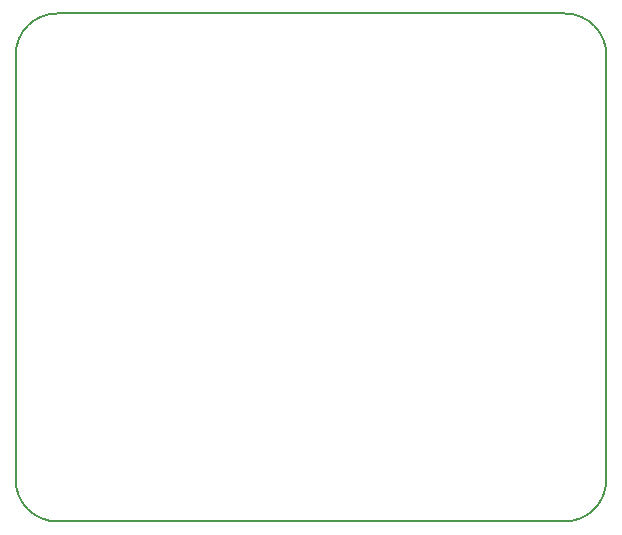
<source format=gm1>
%TF.GenerationSoftware,KiCad,Pcbnew,5.99.0-unknown-c5e195bdff~131~ubuntu20.04.1*%
%TF.CreationDate,2021-08-04T16:13:58-04:00*%
%TF.ProjectId,openlst-hw,6f70656e-6c73-4742-9d68-772e6b696361,rev?*%
%TF.SameCoordinates,Original*%
%TF.FileFunction,Profile,NP*%
%FSLAX46Y46*%
G04 Gerber Fmt 4.6, Leading zero omitted, Abs format (unit mm)*
G04 Created by KiCad (PCBNEW 5.99.0-unknown-c5e195bdff~131~ubuntu20.04.1) date 2021-08-04 16:13:58*
%MOMM*%
%LPD*%
G01*
G04 APERTURE LIST*
%TA.AperFunction,Profile*%
%ADD10C,0.150000*%
%TD*%
G04 APERTURE END LIST*
D10*
X137300000Y-75900000D02*
X137300000Y-111900000D01*
X140800000Y-72400000D02*
G75*
G03*
X137300000Y-75900000I0J-3500000D01*
G01*
X183800000Y-72400000D02*
X140800000Y-72400000D01*
X187300000Y-111900000D02*
X187300000Y-75900000D01*
X137300000Y-111900000D02*
G75*
G03*
X140800000Y-115400000I3500000J0D01*
G01*
X140800000Y-115400000D02*
X183800000Y-115400000D01*
X183800000Y-115400000D02*
G75*
G03*
X187300000Y-111900000I0J3500000D01*
G01*
X187300000Y-75900000D02*
G75*
G03*
X183800000Y-72400000I-3500000J0D01*
G01*
M02*

</source>
